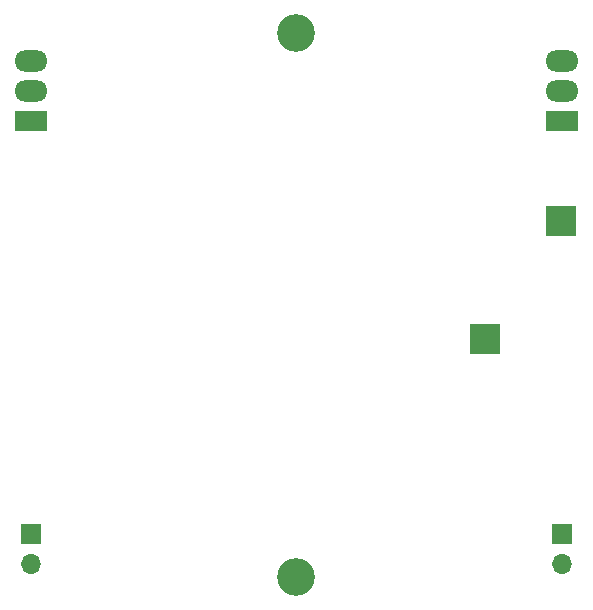
<source format=gbs>
G04 #@! TF.GenerationSoftware,KiCad,Pcbnew,8.0.5*
G04 #@! TF.CreationDate,2024-11-25T19:05:47-05:00*
G04 #@! TF.ProjectId,Neo7SegmentMini,4e656f37-5365-4676-9d65-6e744d696e69,rev?*
G04 #@! TF.SameCoordinates,Original*
G04 #@! TF.FileFunction,Soldermask,Bot*
G04 #@! TF.FilePolarity,Negative*
%FSLAX46Y46*%
G04 Gerber Fmt 4.6, Leading zero omitted, Abs format (unit mm)*
G04 Created by KiCad (PCBNEW 8.0.5) date 2024-11-25 19:05:47*
%MOMM*%
%LPD*%
G01*
G04 APERTURE LIST*
%ADD10R,2.800000X1.800000*%
%ADD11O,2.800000X1.800000*%
%ADD12R,1.700000X1.700000*%
%ADD13O,1.700000X1.700000*%
%ADD14C,3.200000*%
%ADD15R,2.500000X2.500000*%
G04 APERTURE END LIST*
D10*
X195500000Y-59000000D03*
D11*
X195500000Y-56460000D03*
X195500000Y-53920000D03*
D10*
X150500000Y-59000000D03*
D11*
X150500000Y-56460000D03*
X150500000Y-53920000D03*
D12*
X150500000Y-94000000D03*
D13*
X150500000Y-96540000D03*
D14*
X173000000Y-51600000D03*
D12*
X195500000Y-94000000D03*
D13*
X195500000Y-96540000D03*
D14*
X173000000Y-97600000D03*
D15*
X195400000Y-67500000D03*
X189000000Y-77500000D03*
M02*

</source>
